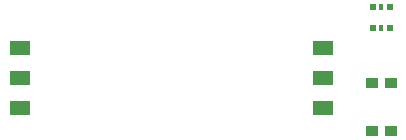
<source format=gbr>
G04 EAGLE Gerber X2 export*
%TF.Part,Single*%
%TF.FileFunction,Paste,Bot*%
%TF.FilePolarity,Positive*%
%TF.GenerationSoftware,Autodesk,EAGLE,9.1.0*%
%TF.CreationDate,2019-01-28T13:00:55Z*%
G75*
%MOMM*%
%FSLAX34Y34*%
%LPD*%
%AMOC8*
5,1,8,0,0,1.08239X$1,22.5*%
G01*
%ADD10R,0.500000X0.500000*%
%ADD11R,0.400000X0.500000*%
%ADD12R,1.000000X0.900000*%
%ADD13R,1.700000X1.300000*%


D10*
X363100Y130700D03*
D11*
X355600Y130700D03*
D10*
X348100Y130700D03*
X348100Y148700D03*
D11*
X355600Y148700D03*
D10*
X363100Y148700D03*
D12*
X347600Y43000D03*
X363600Y43000D03*
X363600Y84000D03*
X347600Y84000D03*
D13*
X306300Y62450D03*
X306300Y87850D03*
X306300Y113250D03*
X49300Y113250D03*
X49300Y87850D03*
X49300Y62450D03*
M02*

</source>
